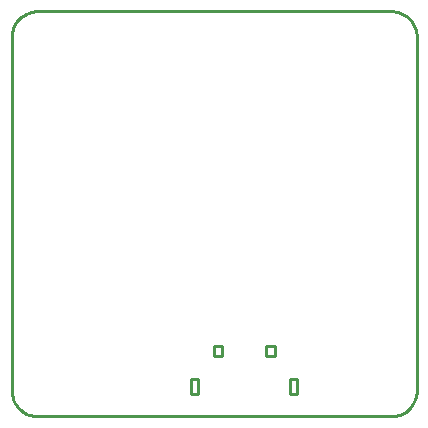
<source format=gbr>
G04 EAGLE Gerber X2 export*
%TF.Part,Single*%
%TF.FileFunction,Profile,NP*%
%TF.FilePolarity,Positive*%
%TF.GenerationSoftware,Autodesk,EAGLE,8.6.0*%
%TF.CreationDate,2018-09-01T13:25:50Z*%
G75*
%MOMM*%
%FSLAX34Y34*%
%LPD*%
%AMOC8*
5,1,8,0,0,1.08239X$1,22.5*%
G01*
%ADD10C,0.254000*%


D10*
X0Y21680D02*
X83Y19791D01*
X329Y17916D01*
X739Y16069D01*
X1307Y14265D01*
X2031Y12518D01*
X2905Y10840D01*
X3921Y9245D01*
X5072Y7744D01*
X6350Y6350D01*
X7744Y5072D01*
X9245Y3921D01*
X10840Y2905D01*
X12518Y2031D01*
X14265Y1307D01*
X16069Y739D01*
X17916Y329D01*
X19791Y83D01*
X21680Y0D01*
X321220Y0D01*
X323109Y83D01*
X324985Y329D01*
X326831Y739D01*
X328635Y1307D01*
X330382Y2031D01*
X332060Y2905D01*
X333655Y3921D01*
X335156Y5072D01*
X336550Y6350D01*
X337828Y7744D01*
X338979Y9245D01*
X339995Y10840D01*
X340869Y12518D01*
X341593Y14265D01*
X342161Y16069D01*
X342571Y17916D01*
X342818Y19791D01*
X342900Y21680D01*
X342900Y321220D01*
X342818Y323109D01*
X342571Y324985D01*
X342161Y326831D01*
X341593Y328635D01*
X340869Y330382D01*
X339995Y332060D01*
X338979Y333655D01*
X337828Y335156D01*
X336550Y336550D01*
X335156Y337828D01*
X333655Y338979D01*
X332060Y339995D01*
X330382Y340869D01*
X328635Y341593D01*
X326831Y342161D01*
X324985Y342571D01*
X323109Y342818D01*
X321220Y342900D01*
X21680Y342900D01*
X19791Y342818D01*
X17916Y342571D01*
X16069Y342161D01*
X14265Y341593D01*
X12518Y340869D01*
X10840Y339995D01*
X9245Y338979D01*
X7744Y337828D01*
X6350Y336550D01*
X5072Y335156D01*
X3921Y333655D01*
X2905Y332060D01*
X2031Y330382D01*
X1307Y328635D01*
X739Y326831D01*
X329Y324985D01*
X83Y323109D01*
X0Y321220D01*
X0Y21680D01*
X215600Y51150D02*
X222600Y51150D01*
X222600Y59650D01*
X215600Y59650D01*
X215600Y51150D01*
X171100Y51150D02*
X178100Y51150D01*
X178100Y59650D01*
X171100Y59650D01*
X171100Y51150D01*
X152100Y18900D02*
X158100Y18900D01*
X158100Y31900D01*
X152100Y31900D01*
X152100Y18900D01*
X235600Y18900D02*
X241600Y18900D01*
X241600Y31900D01*
X235600Y31900D01*
X235600Y18900D01*
M02*

</source>
